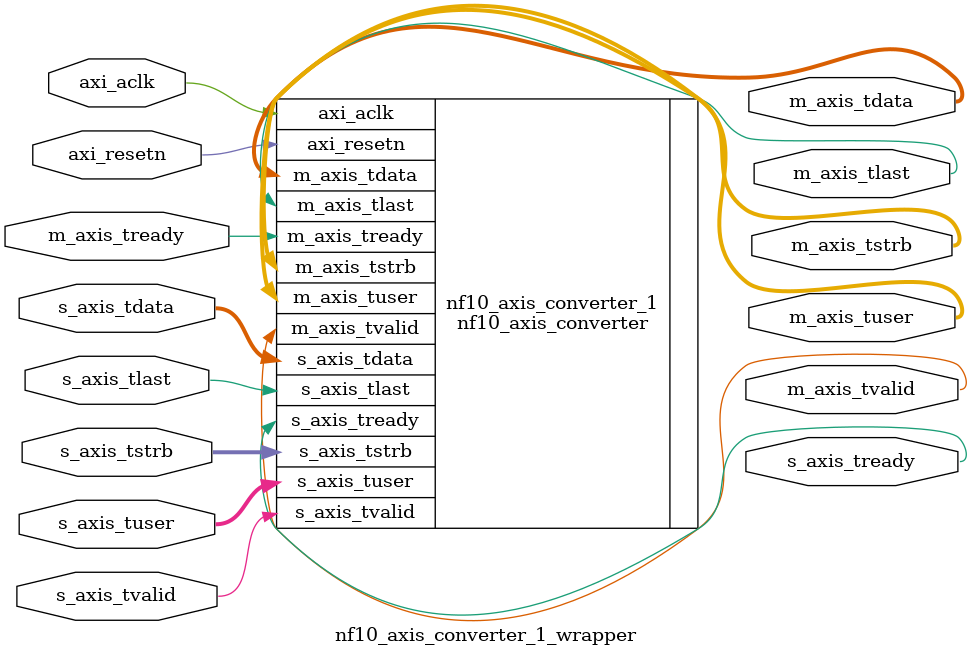
<source format=v>

module nf10_axis_converter_1_wrapper
  (
    axi_aclk,
    axi_resetn,
    m_axis_tdata,
    m_axis_tstrb,
    m_axis_tuser,
    m_axis_tvalid,
    m_axis_tready,
    m_axis_tlast,
    s_axis_tdata,
    s_axis_tstrb,
    s_axis_tuser,
    s_axis_tvalid,
    s_axis_tready,
    s_axis_tlast
  );
  input axi_aclk;
  input axi_resetn;
  output [255:0] m_axis_tdata;
  output [31:0] m_axis_tstrb;
  output [127:0] m_axis_tuser;
  output m_axis_tvalid;
  input m_axis_tready;
  output m_axis_tlast;
  input [63:0] s_axis_tdata;
  input [7:0] s_axis_tstrb;
  input [127:0] s_axis_tuser;
  input s_axis_tvalid;
  output s_axis_tready;
  input s_axis_tlast;

  nf10_axis_converter
    #(
      .C_M_AXIS_DATA_WIDTH ( 256 ),
      .C_S_AXIS_DATA_WIDTH ( 64 ),
      .C_M_AXIS_TUSER_WIDTH ( 128 ),
      .C_S_AXIS_TUSER_WIDTH ( 128 ),
      .C_LEN_WIDTH ( 16 ),
      .C_SPT_WIDTH ( 8 ),
      .C_DPT_WIDTH ( 8 ),
      .C_DEFAULT_VALUE_ENABLE ( 0 ),
      .C_DEFAULT_SRC_PORT ( 8'h00 ),
      .C_DEFAULT_DST_PORT ( 8'h00 )
    )
    nf10_axis_converter_1 (
      .axi_aclk ( axi_aclk ),
      .axi_resetn ( axi_resetn ),
      .m_axis_tdata ( m_axis_tdata ),
      .m_axis_tstrb ( m_axis_tstrb ),
      .m_axis_tuser ( m_axis_tuser ),
      .m_axis_tvalid ( m_axis_tvalid ),
      .m_axis_tready ( m_axis_tready ),
      .m_axis_tlast ( m_axis_tlast ),
      .s_axis_tdata ( s_axis_tdata ),
      .s_axis_tstrb ( s_axis_tstrb ),
      .s_axis_tuser ( s_axis_tuser ),
      .s_axis_tvalid ( s_axis_tvalid ),
      .s_axis_tready ( s_axis_tready ),
      .s_axis_tlast ( s_axis_tlast )
    );

endmodule


</source>
